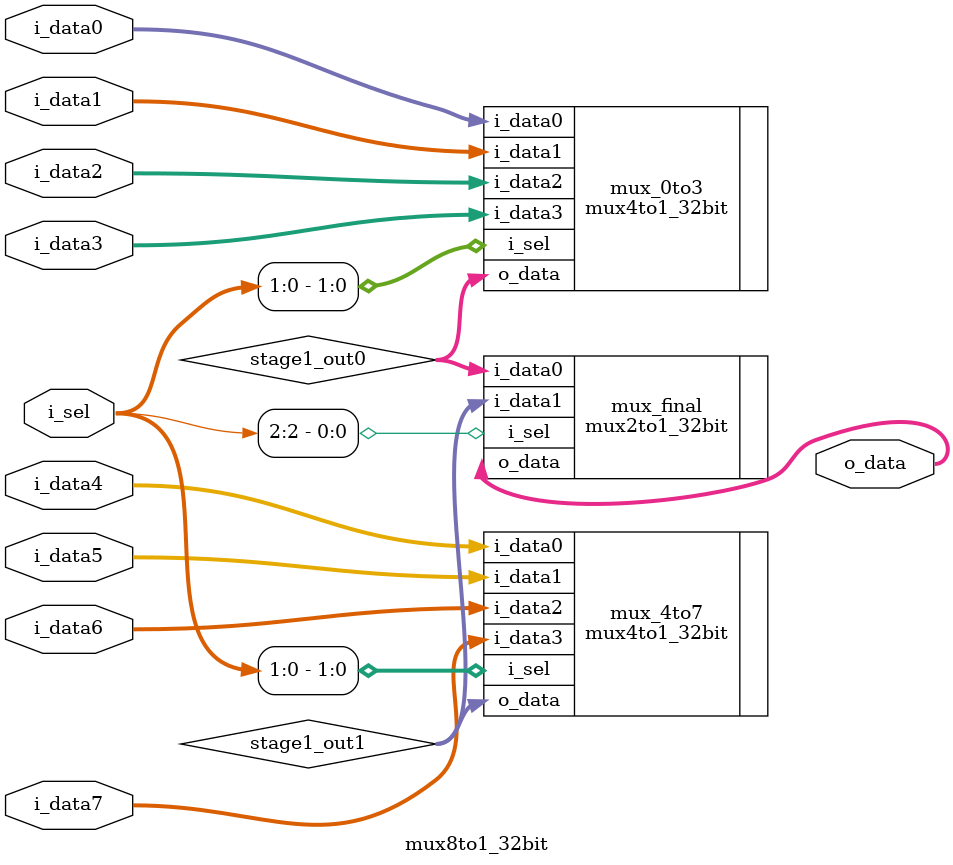
<source format=sv>
module mux8to1_32bit (
    input  logic [31:0] i_data0, i_data1, i_data2, i_data3,
    input  logic [31:0] i_data4, i_data5, i_data6, i_data7,
    input  logic [2:0]  i_sel,
    output logic [31:0] o_data
);
    logic [31:0] stage1_out0, stage1_out1;
    
    mux4to1_32bit mux_0to3 (
        .i_data0(i_data0), .i_data1(i_data1),
        .i_data2(i_data2), .i_data3(i_data3),
        .i_sel(i_sel[1:0]),
        .o_data(stage1_out0)
    );
    
    mux4to1_32bit mux_4to7 (
        .i_data0(i_data4), .i_data1(i_data5),
        .i_data2(i_data6), .i_data3(i_data7),
        .i_sel(i_sel[1:0]),
        .o_data(stage1_out1)
    );
    
    mux2to1_32bit mux_final (
        .i_data0(stage1_out0),
        .i_data1(stage1_out1),
        .i_sel(i_sel[2]),
        .o_data(o_data)
    );
endmodule

</source>
